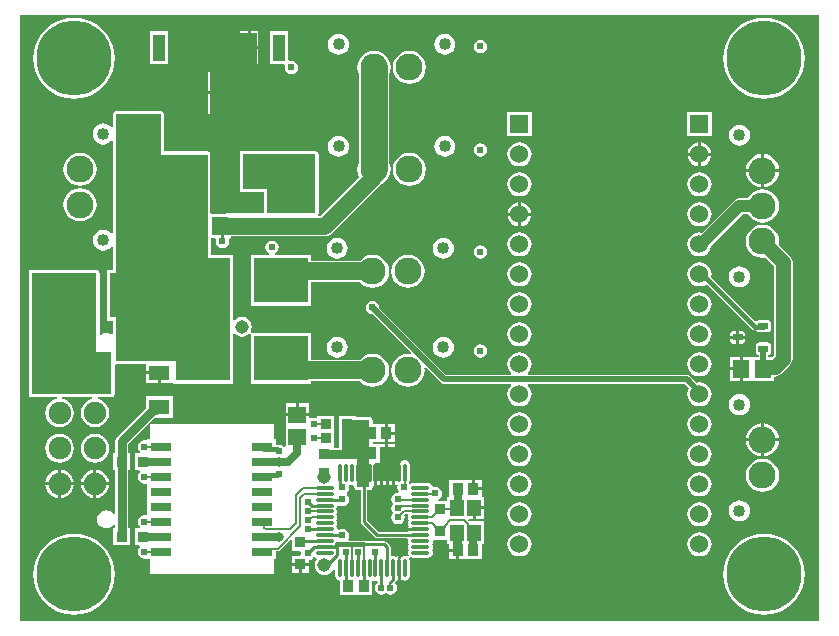
<source format=gtl>
G04*
G04 #@! TF.GenerationSoftware,Altium Limited,Altium Designer,20.1.12 (249)*
G04*
G04 Layer_Physical_Order=1*
G04 Layer_Color=255*
%FSLAX25Y25*%
%MOIN*%
G70*
G04*
G04 #@! TF.SameCoordinates,4DEFB819-F1CA-47B0-AC9B-A980181B1EFC*
G04*
G04*
G04 #@! TF.FilePolarity,Positive*
G04*
G01*
G75*
%ADD12C,0.01000*%
%ADD16C,0.00500*%
%ADD19R,0.05906X0.05709*%
%ADD20R,0.03543X0.03937*%
%ADD21R,0.03228X0.03504*%
%ADD22R,0.03740X0.03543*%
%ADD23R,0.03543X0.03740*%
%ADD24R,0.07000X0.03000*%
%ADD25R,0.07087X0.05118*%
%ADD26R,0.05709X0.05906*%
G04:AMPARAMS|DCode=27|XSize=21.65mil|YSize=31.5mil|CornerRadius=1.95mil|HoleSize=0mil|Usage=FLASHONLY|Rotation=270.000|XOffset=0mil|YOffset=0mil|HoleType=Round|Shape=RoundedRectangle|*
%AMROUNDEDRECTD27*
21,1,0.02165,0.02760,0,0,270.0*
21,1,0.01776,0.03150,0,0,270.0*
1,1,0.00390,-0.01380,-0.00888*
1,1,0.00390,-0.01380,0.00888*
1,1,0.00390,0.01380,0.00888*
1,1,0.00390,0.01380,-0.00888*
%
%ADD27ROUNDEDRECTD27*%
%ADD28R,0.09449X0.12205*%
%ADD29R,0.18000X0.15000*%
%ADD30R,0.03740X0.06693*%
%ADD31R,0.04000X0.09000*%
%ADD32O,0.06299X0.01181*%
%ADD33O,0.01181X0.06299*%
%ADD34R,0.04724X0.05512*%
%ADD58C,0.03200*%
%ADD59C,0.04000*%
%ADD61C,0.02500*%
%ADD62C,0.01500*%
%ADD63C,0.03000*%
%ADD64C,0.06000*%
%ADD65C,0.02000*%
%ADD66C,0.05000*%
%ADD67C,0.04000*%
%ADD68C,0.09000*%
%ADD69C,0.05700*%
%ADD70R,0.30500X0.69000*%
%ADD71R,0.06024X0.06024*%
%ADD72C,0.06024*%
%ADD73C,0.07500*%
%ADD74C,0.09000*%
%ADD75C,0.25000*%
%ADD76C,0.04500*%
%ADD77C,0.02400*%
%ADD78C,0.03000*%
G36*
X389500Y136500D02*
X123000D01*
Y338500D01*
X389500D01*
Y136500D01*
D02*
G37*
%LPC*%
G36*
X199000Y333000D02*
X196500D01*
Y332500D01*
X199000D01*
Y333000D01*
D02*
G37*
G36*
X202500D02*
X200000D01*
Y332500D01*
X202000D01*
Y328000D01*
X202500D01*
Y333000D01*
D02*
G37*
G36*
X276500Y330243D02*
X275642Y330072D01*
X274914Y329586D01*
X274428Y328858D01*
X274257Y328000D01*
X274428Y327142D01*
X274914Y326414D01*
X275642Y325928D01*
X276500Y325757D01*
X277358Y325928D01*
X278086Y326414D01*
X278572Y327142D01*
X278743Y328000D01*
X278572Y328858D01*
X278086Y329586D01*
X277358Y330072D01*
X276500Y330243D01*
D02*
G37*
G36*
X264600Y332230D02*
X263686Y332110D01*
X262835Y331757D01*
X262104Y331196D01*
X261543Y330465D01*
X261190Y329614D01*
X261070Y328700D01*
X261190Y327786D01*
X261543Y326935D01*
X262104Y326204D01*
X262835Y325643D01*
X263686Y325290D01*
X264600Y325170D01*
X265514Y325290D01*
X266365Y325643D01*
X267096Y326204D01*
X267657Y326935D01*
X268010Y327786D01*
X268130Y328700D01*
X268010Y329614D01*
X267657Y330465D01*
X267096Y331196D01*
X266365Y331757D01*
X265514Y332110D01*
X264600Y332230D01*
D02*
G37*
G36*
X229200D02*
X228286Y332110D01*
X227435Y331757D01*
X226704Y331196D01*
X226143Y330465D01*
X225790Y329614D01*
X225670Y328700D01*
X225790Y327786D01*
X226143Y326935D01*
X226704Y326204D01*
X227435Y325643D01*
X228286Y325290D01*
X229200Y325170D01*
X230114Y325290D01*
X230965Y325643D01*
X231696Y326204D01*
X232257Y326935D01*
X232610Y327786D01*
X232730Y328700D01*
X232610Y329614D01*
X232257Y330465D01*
X231696Y331196D01*
X230965Y331757D01*
X230114Y332110D01*
X229200Y332230D01*
D02*
G37*
G36*
X202500Y327000D02*
X202000D01*
Y322000D01*
X202500D01*
Y327000D01*
D02*
G37*
G36*
X172500Y333000D02*
X166500D01*
Y322000D01*
X172500D01*
Y333000D01*
D02*
G37*
G36*
X212500D02*
X206500D01*
Y322000D01*
X210967D01*
X211356Y321500D01*
X211257Y321000D01*
X211428Y320142D01*
X211914Y319414D01*
X212642Y318928D01*
X213500Y318757D01*
X214358Y318928D01*
X215086Y319414D01*
X215572Y320142D01*
X215743Y321000D01*
X215572Y321858D01*
X215086Y322586D01*
X214358Y323072D01*
X213500Y323243D01*
X213000Y323144D01*
X212500Y323533D01*
Y333000D01*
D02*
G37*
G36*
X252800Y326548D02*
X251364Y326358D01*
X250026Y325804D01*
X248877Y324923D01*
X247996Y323774D01*
X247442Y322436D01*
X247252Y321000D01*
X247442Y319564D01*
X247996Y318226D01*
X248877Y317077D01*
X250026Y316196D01*
X251364Y315642D01*
X252800Y315453D01*
X254236Y315642D01*
X255574Y316196D01*
X256723Y317077D01*
X257604Y318226D01*
X258158Y319564D01*
X258348Y321000D01*
X258158Y322436D01*
X257604Y323774D01*
X256723Y324923D01*
X255574Y325804D01*
X254236Y326358D01*
X252800Y326548D01*
D02*
G37*
G36*
X186500Y319602D02*
X185776D01*
Y313000D01*
X186500D01*
Y319602D01*
D02*
G37*
G36*
X371000Y337542D02*
X368882Y337375D01*
X366815Y336879D01*
X364852Y336066D01*
X363040Y334956D01*
X361424Y333576D01*
X360045Y331960D01*
X358934Y330148D01*
X358121Y328185D01*
X357625Y326118D01*
X357458Y324000D01*
X357625Y321882D01*
X358121Y319815D01*
X358934Y317852D01*
X360045Y316040D01*
X361424Y314424D01*
X363040Y313045D01*
X364852Y311934D01*
X366815Y311121D01*
X368882Y310625D01*
X371000Y310458D01*
X373118Y310625D01*
X375185Y311121D01*
X377148Y311934D01*
X378960Y313045D01*
X380575Y314424D01*
X381956Y316040D01*
X383066Y317852D01*
X383879Y319815D01*
X384375Y321882D01*
X384542Y324000D01*
X384375Y326118D01*
X383879Y328185D01*
X383066Y330148D01*
X381956Y331960D01*
X380575Y333576D01*
X378960Y334956D01*
X377148Y336066D01*
X375185Y336879D01*
X373118Y337375D01*
X371000Y337542D01*
D02*
G37*
G36*
X141000D02*
X138882Y337375D01*
X136815Y336879D01*
X134852Y336066D01*
X133040Y334956D01*
X131424Y333576D01*
X130044Y331960D01*
X128934Y330148D01*
X128121Y328185D01*
X127625Y326118D01*
X127458Y324000D01*
X127625Y321882D01*
X128121Y319815D01*
X128934Y317852D01*
X130044Y316040D01*
X131424Y314424D01*
X133040Y313045D01*
X134852Y311934D01*
X136815Y311121D01*
X138882Y310625D01*
X141000Y310458D01*
X143118Y310625D01*
X145185Y311121D01*
X147148Y311934D01*
X148960Y313045D01*
X150575Y314424D01*
X151955Y316040D01*
X153066Y317852D01*
X153879Y319815D01*
X154375Y321882D01*
X154542Y324000D01*
X154375Y326118D01*
X153879Y328185D01*
X153066Y330148D01*
X151955Y331960D01*
X150575Y333576D01*
X148960Y334956D01*
X147148Y336066D01*
X145185Y336879D01*
X143118Y337375D01*
X141000Y337542D01*
D02*
G37*
G36*
X186500Y312000D02*
X185776D01*
Y305398D01*
X186500D01*
Y312000D01*
D02*
G37*
G36*
X353512Y306012D02*
X345488D01*
Y297988D01*
X353512D01*
Y306012D01*
D02*
G37*
G36*
X293512D02*
X285488D01*
Y297988D01*
X293512D01*
Y306012D01*
D02*
G37*
G36*
X362800Y301930D02*
X361886Y301810D01*
X361035Y301457D01*
X360304Y300896D01*
X359743Y300165D01*
X359390Y299314D01*
X359270Y298400D01*
X359390Y297486D01*
X359743Y296635D01*
X360304Y295904D01*
X361035Y295343D01*
X361886Y294990D01*
X362800Y294870D01*
X363714Y294990D01*
X364565Y295343D01*
X365296Y295904D01*
X365857Y296635D01*
X366210Y297486D01*
X366330Y298400D01*
X366210Y299314D01*
X365857Y300165D01*
X365296Y300896D01*
X364565Y301457D01*
X363714Y301810D01*
X362800Y301930D01*
D02*
G37*
G36*
X350000Y295981D02*
Y292500D01*
X353481D01*
X353409Y293047D01*
X353004Y294023D01*
X352361Y294861D01*
X351523Y295504D01*
X350547Y295909D01*
X350000Y295981D01*
D02*
G37*
G36*
X349000D02*
X348453Y295909D01*
X347477Y295504D01*
X346639Y294861D01*
X345996Y294023D01*
X345591Y293047D01*
X345519Y292500D01*
X349000D01*
Y295981D01*
D02*
G37*
G36*
X276500Y295743D02*
X275642Y295572D01*
X274914Y295086D01*
X274428Y294358D01*
X274257Y293500D01*
X274428Y292642D01*
X274914Y291914D01*
X275642Y291428D01*
X276500Y291257D01*
X277358Y291428D01*
X278086Y291914D01*
X278572Y292642D01*
X278743Y293500D01*
X278572Y294358D01*
X278086Y295086D01*
X277358Y295572D01*
X276500Y295743D01*
D02*
G37*
G36*
X264600Y298230D02*
X263686Y298110D01*
X262835Y297757D01*
X262104Y297196D01*
X261543Y296465D01*
X261190Y295614D01*
X261070Y294700D01*
X261190Y293786D01*
X261543Y292935D01*
X262104Y292204D01*
X262835Y291643D01*
X263686Y291290D01*
X264600Y291170D01*
X265514Y291290D01*
X266365Y291643D01*
X267096Y292204D01*
X267657Y292935D01*
X268010Y293786D01*
X268130Y294700D01*
X268010Y295614D01*
X267657Y296465D01*
X267096Y297196D01*
X266365Y297757D01*
X265514Y298110D01*
X264600Y298230D01*
D02*
G37*
G36*
X229200D02*
X228286Y298110D01*
X227435Y297757D01*
X226704Y297196D01*
X226143Y296465D01*
X225790Y295614D01*
X225670Y294700D01*
X225790Y293786D01*
X226143Y292935D01*
X226704Y292204D01*
X227435Y291643D01*
X228286Y291290D01*
X229200Y291170D01*
X230114Y291290D01*
X230965Y291643D01*
X231696Y292204D01*
X232257Y292935D01*
X232610Y293786D01*
X232730Y294700D01*
X232610Y295614D01*
X232257Y296465D01*
X231696Y297196D01*
X230965Y297757D01*
X230114Y298110D01*
X229200Y298230D01*
D02*
G37*
G36*
X353481Y291500D02*
X350000D01*
Y288019D01*
X350547Y288091D01*
X351523Y288496D01*
X352361Y289139D01*
X353004Y289977D01*
X353409Y290953D01*
X353481Y291500D01*
D02*
G37*
G36*
X349000D02*
X345519D01*
X345591Y290953D01*
X345996Y289977D01*
X346639Y289139D01*
X347477Y288496D01*
X348453Y288091D01*
X349000Y288019D01*
Y291500D01*
D02*
G37*
G36*
X289500Y296046D02*
X288453Y295909D01*
X287477Y295504D01*
X286639Y294861D01*
X285996Y294023D01*
X285591Y293047D01*
X285454Y292000D01*
X285591Y290953D01*
X285996Y289977D01*
X286639Y289139D01*
X287477Y288496D01*
X288453Y288091D01*
X289500Y287954D01*
X290547Y288091D01*
X291523Y288496D01*
X292361Y289139D01*
X293004Y289977D01*
X293409Y290953D01*
X293546Y292000D01*
X293409Y293047D01*
X293004Y294023D01*
X292361Y294861D01*
X291523Y295504D01*
X290547Y295909D01*
X289500Y296046D01*
D02*
G37*
G36*
X371000Y292082D02*
Y287100D01*
X375982D01*
X375858Y288036D01*
X375304Y289374D01*
X374423Y290523D01*
X373274Y291404D01*
X371936Y291958D01*
X371000Y292082D01*
D02*
G37*
G36*
X370000D02*
X369064Y291958D01*
X367726Y291404D01*
X366577Y290523D01*
X365696Y289374D01*
X365142Y288036D01*
X365018Y287100D01*
X370000D01*
Y292082D01*
D02*
G37*
G36*
X252800Y292547D02*
X251364Y292358D01*
X250026Y291804D01*
X248877Y290923D01*
X247996Y289774D01*
X247442Y288436D01*
X247252Y287000D01*
X247442Y285564D01*
X247996Y284226D01*
X248877Y283077D01*
X250026Y282196D01*
X251364Y281642D01*
X252800Y281452D01*
X254236Y281642D01*
X255574Y282196D01*
X256723Y283077D01*
X257604Y284226D01*
X258158Y285564D01*
X258348Y287000D01*
X258158Y288436D01*
X257604Y289774D01*
X256723Y290923D01*
X255574Y291804D01*
X254236Y292358D01*
X252800Y292547D01*
D02*
G37*
G36*
X143000D02*
X141564Y292358D01*
X140226Y291804D01*
X139077Y290923D01*
X138196Y289774D01*
X137642Y288436D01*
X137452Y287000D01*
X137642Y285564D01*
X138196Y284226D01*
X139077Y283077D01*
X140226Y282196D01*
X141564Y281642D01*
X143000Y281452D01*
X144436Y281642D01*
X145774Y282196D01*
X146923Y283077D01*
X147804Y284226D01*
X148358Y285564D01*
X148547Y287000D01*
X148358Y288436D01*
X147804Y289774D01*
X146923Y290923D01*
X145774Y291804D01*
X144436Y292358D01*
X143000Y292547D01*
D02*
G37*
G36*
X375982Y286100D02*
X371000D01*
Y281118D01*
X371936Y281242D01*
X373274Y281796D01*
X374423Y282677D01*
X375304Y283826D01*
X375858Y285164D01*
X375982Y286100D01*
D02*
G37*
G36*
X370000D02*
X365018D01*
X365142Y285164D01*
X365696Y283826D01*
X366577Y282677D01*
X367726Y281796D01*
X369064Y281242D01*
X370000Y281118D01*
Y286100D01*
D02*
G37*
G36*
X349500Y286046D02*
X348453Y285909D01*
X347477Y285504D01*
X346639Y284861D01*
X345996Y284023D01*
X345591Y283047D01*
X345454Y282000D01*
X345591Y280953D01*
X345996Y279977D01*
X346639Y279139D01*
X347477Y278496D01*
X348453Y278091D01*
X349500Y277954D01*
X350547Y278091D01*
X351523Y278496D01*
X352361Y279139D01*
X353004Y279977D01*
X353409Y280953D01*
X353546Y282000D01*
X353409Y283047D01*
X353004Y284023D01*
X352361Y284861D01*
X351523Y285504D01*
X350547Y285909D01*
X349500Y286046D01*
D02*
G37*
G36*
X289500D02*
X288453Y285909D01*
X287477Y285504D01*
X286639Y284861D01*
X285996Y284023D01*
X285591Y283047D01*
X285454Y282000D01*
X285591Y280953D01*
X285996Y279977D01*
X286639Y279139D01*
X287477Y278496D01*
X288453Y278091D01*
X289500Y277954D01*
X290547Y278091D01*
X291523Y278496D01*
X292361Y279139D01*
X293004Y279977D01*
X293409Y280953D01*
X293546Y282000D01*
X293409Y283047D01*
X293004Y284023D01*
X292361Y284861D01*
X291523Y285504D01*
X290547Y285909D01*
X289500Y286046D01*
D02*
G37*
G36*
X290000Y275981D02*
Y272500D01*
X293481D01*
X293409Y273047D01*
X293004Y274023D01*
X292361Y274861D01*
X291523Y275504D01*
X290547Y275909D01*
X290000Y275981D01*
D02*
G37*
G36*
X289000D02*
X288453Y275909D01*
X287477Y275504D01*
X286639Y274861D01*
X285996Y274023D01*
X285591Y273047D01*
X285519Y272500D01*
X289000D01*
Y275981D01*
D02*
G37*
G36*
X241000Y326548D02*
X239564Y326358D01*
X238226Y325804D01*
X237077Y324923D01*
X236196Y323774D01*
X235642Y322436D01*
X235453Y321000D01*
X235642Y319564D01*
X235957Y318803D01*
Y289197D01*
X235642Y288436D01*
X235453Y287000D01*
X235642Y285564D01*
X236123Y284402D01*
X223100Y271379D01*
X222509D01*
X222406Y271522D01*
X222288Y271879D01*
X222442Y272110D01*
X222520Y272500D01*
X222520Y292000D01*
X222442Y292390D01*
X222221Y292721D01*
X221890Y292942D01*
X221500Y293020D01*
X202000Y293020D01*
Y293000D01*
X196500D01*
Y292098D01*
X196500Y292098D01*
X196500Y279500D01*
X204500D01*
X204500Y272500D01*
X191642D01*
Y271953D01*
X186520D01*
Y272500D01*
X186500D01*
Y293000D01*
X186000Y292869D01*
X185890Y292942D01*
X185500Y293020D01*
X171020D01*
Y305500D01*
X170942Y305890D01*
X170721Y306221D01*
X170390Y306442D01*
X170000Y306520D01*
X155000D01*
X154610Y306442D01*
X154279Y306221D01*
X154058Y305890D01*
X153980Y305500D01*
Y301096D01*
X153480Y300926D01*
X153196Y301296D01*
X152465Y301857D01*
X151614Y302210D01*
X150700Y302330D01*
X149786Y302210D01*
X148935Y301857D01*
X148204Y301296D01*
X147643Y300565D01*
X147290Y299714D01*
X147170Y298800D01*
X147290Y297886D01*
X147643Y297035D01*
X148204Y296304D01*
X148935Y295743D01*
X149786Y295390D01*
X150700Y295270D01*
X151614Y295390D01*
X152465Y295743D01*
X153196Y296304D01*
X153480Y296674D01*
X153980Y296504D01*
Y292000D01*
Y290000D01*
Y265696D01*
X153480Y265526D01*
X153196Y265896D01*
X152465Y266457D01*
X151614Y266810D01*
X150700Y266930D01*
X149786Y266810D01*
X148935Y266457D01*
X148204Y265896D01*
X147643Y265165D01*
X147290Y264314D01*
X147170Y263400D01*
X147290Y262486D01*
X147643Y261635D01*
X148204Y260904D01*
X148935Y260343D01*
X149786Y259990D01*
X150700Y259870D01*
X151614Y259990D01*
X152465Y260343D01*
X153196Y260904D01*
X153480Y261274D01*
X153980Y261104D01*
Y253500D01*
X152000D01*
Y236500D01*
X153980D01*
Y232112D01*
X153480Y231865D01*
X153213Y232070D01*
X152483Y232373D01*
X151700Y232476D01*
X150917Y232373D01*
X150187Y232070D01*
X150020Y231942D01*
X149520Y232189D01*
Y252500D01*
X149442Y252890D01*
X149221Y253221D01*
X148890Y253442D01*
X148500Y253520D01*
X127000D01*
X126901Y253500D01*
X126000D01*
Y252599D01*
X125980Y252500D01*
Y212000D01*
X126058Y211610D01*
X126279Y211279D01*
X126610Y211058D01*
X127000Y210980D01*
X135327D01*
X135360Y210480D01*
X134960Y210428D01*
X133805Y209949D01*
X132812Y209188D01*
X132051Y208195D01*
X131572Y207040D01*
X131409Y205800D01*
X131572Y204560D01*
X132051Y203404D01*
X132812Y202412D01*
X133805Y201651D01*
X134960Y201172D01*
X136200Y201009D01*
X137440Y201172D01*
X138595Y201651D01*
X139588Y202412D01*
X140349Y203404D01*
X140828Y204560D01*
X140991Y205800D01*
X140828Y207040D01*
X140349Y208195D01*
X139588Y209188D01*
X138595Y209949D01*
X137440Y210428D01*
X137040Y210480D01*
X137073Y210980D01*
X147127D01*
X147160Y210480D01*
X146760Y210428D01*
X145605Y209949D01*
X144612Y209188D01*
X143851Y208195D01*
X143372Y207040D01*
X143209Y205800D01*
X143372Y204560D01*
X143851Y203404D01*
X144612Y202412D01*
X145605Y201651D01*
X146760Y201172D01*
X148000Y201009D01*
X149240Y201172D01*
X150396Y201651D01*
X151388Y202412D01*
X152149Y203404D01*
X152628Y204560D01*
X152791Y205800D01*
X152628Y207040D01*
X152149Y208195D01*
X151388Y209188D01*
X150396Y209949D01*
X149240Y210428D01*
X148840Y210480D01*
X148873Y210980D01*
X153500D01*
X153890Y211058D01*
X154221Y211279D01*
X154442Y211610D01*
X154520Y212000D01*
Y221566D01*
X155000Y221980D01*
X164957D01*
Y219709D01*
X169500D01*
Y219209D01*
X170000D01*
Y215650D01*
X174000D01*
Y215500D01*
X194000D01*
Y216901D01*
X194020Y217000D01*
Y232224D01*
X194520Y232394D01*
X194682Y232182D01*
X195361Y231661D01*
X196152Y231334D01*
X197000Y231222D01*
X197848Y231334D01*
X198639Y231661D01*
X199257Y232135D01*
X199658Y232366D01*
X199658Y232366D01*
X200000Y232250D01*
X200000Y232080D01*
X200000Y232080D01*
X200000Y232080D01*
Y215500D01*
X220000D01*
Y216470D01*
X236276D01*
X236577Y216077D01*
X237726Y215196D01*
X239064Y214642D01*
X240500Y214453D01*
X241936Y214642D01*
X243274Y215196D01*
X244423Y216077D01*
X245304Y217226D01*
X245858Y218564D01*
X246047Y220000D01*
X245858Y221436D01*
X245304Y222774D01*
X244423Y223923D01*
X243274Y224804D01*
X241936Y225358D01*
X240500Y225548D01*
X239064Y225358D01*
X237726Y224804D01*
X236577Y223923D01*
X236276Y223530D01*
X220000D01*
Y232500D01*
X200415D01*
X200192Y232500D01*
X200046Y232650D01*
X199966Y232789D01*
X199875Y232948D01*
X200166Y233652D01*
X200278Y234500D01*
X200166Y235348D01*
X199839Y236139D01*
X199318Y236818D01*
X198639Y237339D01*
X197848Y237666D01*
X197000Y237778D01*
X196152Y237666D01*
X195361Y237339D01*
X194682Y236818D01*
X194520Y236606D01*
X194020Y236776D01*
Y250000D01*
X194000Y250098D01*
Y258500D01*
X186520D01*
Y264047D01*
X187998D01*
X188366Y263547D01*
X188257Y263000D01*
X188428Y262142D01*
X188914Y261414D01*
X189642Y260928D01*
X190500Y260757D01*
X191358Y260928D01*
X192086Y261414D01*
X192572Y262142D01*
X192743Y263000D01*
X192634Y263547D01*
X193002Y264047D01*
X193496D01*
Y264621D01*
X224500D01*
X225375Y264736D01*
X226189Y265074D01*
X226889Y265611D01*
X242758Y281479D01*
X243090Y281913D01*
X243774Y282196D01*
X244923Y283077D01*
X245804Y284226D01*
X246358Y285564D01*
X246548Y287000D01*
X246358Y288436D01*
X246043Y289197D01*
Y318803D01*
X246358Y319564D01*
X246548Y321000D01*
X246358Y322436D01*
X245804Y323774D01*
X244923Y324923D01*
X243774Y325804D01*
X242436Y326358D01*
X241000Y326548D01*
D02*
G37*
G36*
X143000Y280748D02*
X141564Y280558D01*
X140226Y280004D01*
X139077Y279123D01*
X138196Y277974D01*
X137642Y276636D01*
X137452Y275200D01*
X137642Y273764D01*
X138196Y272426D01*
X139077Y271277D01*
X140226Y270396D01*
X141564Y269842D01*
X143000Y269653D01*
X144436Y269842D01*
X145774Y270396D01*
X146923Y271277D01*
X147804Y272426D01*
X148358Y273764D01*
X148547Y275200D01*
X148358Y276636D01*
X147804Y277974D01*
X146923Y279123D01*
X145774Y280004D01*
X144436Y280558D01*
X143000Y280748D01*
D02*
G37*
G36*
X370500Y280347D02*
X369064Y280158D01*
X367726Y279604D01*
X366577Y278723D01*
X365696Y277574D01*
X365603Y277349D01*
X362800D01*
X361824Y277155D01*
X360998Y276602D01*
X350332Y265937D01*
X349500Y266046D01*
X348453Y265909D01*
X347477Y265504D01*
X346639Y264861D01*
X345996Y264023D01*
X345591Y263047D01*
X345454Y262000D01*
X345591Y260953D01*
X345996Y259977D01*
X346639Y259139D01*
X347477Y258496D01*
X348453Y258091D01*
X349500Y257954D01*
X350547Y258091D01*
X351523Y258496D01*
X352361Y259139D01*
X353004Y259977D01*
X353409Y260953D01*
X353538Y261933D01*
X363856Y272251D01*
X365603D01*
X365696Y272026D01*
X366577Y270877D01*
X367726Y269996D01*
X369064Y269442D01*
X370500Y269252D01*
X371936Y269442D01*
X373274Y269996D01*
X374423Y270877D01*
X375304Y272026D01*
X375858Y273364D01*
X376047Y274800D01*
X375858Y276236D01*
X375304Y277574D01*
X374423Y278723D01*
X373274Y279604D01*
X371936Y280158D01*
X370500Y280347D01*
D02*
G37*
G36*
X293481Y271500D02*
X290000D01*
Y268019D01*
X290547Y268091D01*
X291523Y268496D01*
X292361Y269139D01*
X293004Y269977D01*
X293409Y270953D01*
X293481Y271500D01*
D02*
G37*
G36*
X289000D02*
X285519D01*
X285591Y270953D01*
X285996Y269977D01*
X286639Y269139D01*
X287477Y268496D01*
X288453Y268091D01*
X289000Y268019D01*
Y271500D01*
D02*
G37*
G36*
X349500Y276046D02*
X348453Y275909D01*
X347477Y275504D01*
X346639Y274861D01*
X345996Y274023D01*
X345591Y273047D01*
X345454Y272000D01*
X345591Y270953D01*
X345996Y269977D01*
X346639Y269139D01*
X347477Y268496D01*
X348453Y268091D01*
X349500Y267954D01*
X350547Y268091D01*
X351523Y268496D01*
X352361Y269139D01*
X353004Y269977D01*
X353409Y270953D01*
X353546Y272000D01*
X353409Y273047D01*
X353004Y274023D01*
X352361Y274861D01*
X351523Y275504D01*
X350547Y275909D01*
X349500Y276046D01*
D02*
G37*
G36*
X289500Y266046D02*
X288453Y265909D01*
X287477Y265504D01*
X286639Y264861D01*
X285996Y264023D01*
X285591Y263047D01*
X285454Y262000D01*
X285591Y260953D01*
X285996Y259977D01*
X286639Y259139D01*
X287477Y258496D01*
X288453Y258091D01*
X289500Y257954D01*
X290547Y258091D01*
X291523Y258496D01*
X292361Y259139D01*
X293004Y259977D01*
X293409Y260953D01*
X293546Y262000D01*
X293409Y263047D01*
X293004Y264023D01*
X292361Y264861D01*
X291523Y265504D01*
X290547Y265909D01*
X289500Y266046D01*
D02*
G37*
G36*
X276500Y261743D02*
X275642Y261572D01*
X274914Y261086D01*
X274428Y260358D01*
X274257Y259500D01*
X274428Y258642D01*
X274914Y257914D01*
X275642Y257428D01*
X276500Y257257D01*
X277358Y257428D01*
X278086Y257914D01*
X278572Y258642D01*
X278743Y259500D01*
X278572Y260358D01*
X278086Y261086D01*
X277358Y261572D01*
X276500Y261743D01*
D02*
G37*
G36*
X264100Y264230D02*
X263186Y264110D01*
X262335Y263757D01*
X261604Y263196D01*
X261043Y262465D01*
X260690Y261614D01*
X260570Y260700D01*
X260690Y259786D01*
X261043Y258935D01*
X261604Y258204D01*
X262335Y257643D01*
X263186Y257290D01*
X264100Y257170D01*
X265014Y257290D01*
X265865Y257643D01*
X266596Y258204D01*
X267157Y258935D01*
X267510Y259786D01*
X267630Y260700D01*
X267510Y261614D01*
X267157Y262465D01*
X266596Y263196D01*
X265865Y263757D01*
X265014Y264110D01*
X264100Y264230D01*
D02*
G37*
G36*
X228700D02*
X227786Y264110D01*
X226935Y263757D01*
X226204Y263196D01*
X225643Y262465D01*
X225290Y261614D01*
X225170Y260700D01*
X225290Y259786D01*
X225643Y258935D01*
X226204Y258204D01*
X226935Y257643D01*
X227786Y257290D01*
X228700Y257170D01*
X229614Y257290D01*
X230465Y257643D01*
X231196Y258204D01*
X231757Y258935D01*
X232110Y259786D01*
X232230Y260700D01*
X232110Y261614D01*
X231757Y262465D01*
X231196Y263196D01*
X230465Y263757D01*
X229614Y264110D01*
X228700Y264230D01*
D02*
G37*
G36*
X289500Y256046D02*
X288453Y255909D01*
X287477Y255504D01*
X286639Y254861D01*
X285996Y254023D01*
X285591Y253047D01*
X285454Y252000D01*
X285591Y250953D01*
X285996Y249977D01*
X286639Y249139D01*
X287477Y248496D01*
X288453Y248091D01*
X289500Y247954D01*
X290547Y248091D01*
X291523Y248496D01*
X292361Y249139D01*
X293004Y249977D01*
X293409Y250953D01*
X293546Y252000D01*
X293409Y253047D01*
X293004Y254023D01*
X292361Y254861D01*
X291523Y255504D01*
X290547Y255909D01*
X289500Y256046D01*
D02*
G37*
G36*
X362800Y254730D02*
X361886Y254610D01*
X361035Y254257D01*
X360304Y253696D01*
X359743Y252965D01*
X359390Y252114D01*
X359270Y251200D01*
X359390Y250286D01*
X359743Y249435D01*
X360304Y248704D01*
X361035Y248143D01*
X361886Y247790D01*
X362800Y247670D01*
X363714Y247790D01*
X364565Y248143D01*
X365296Y248704D01*
X365857Y249435D01*
X366210Y250286D01*
X366330Y251200D01*
X366210Y252114D01*
X365857Y252965D01*
X365296Y253696D01*
X364565Y254257D01*
X363714Y254610D01*
X362800Y254730D01*
D02*
G37*
G36*
X252300Y258547D02*
X250864Y258358D01*
X249526Y257804D01*
X248377Y256923D01*
X247496Y255774D01*
X246942Y254436D01*
X246753Y253000D01*
X246942Y251564D01*
X247496Y250226D01*
X248377Y249077D01*
X249526Y248196D01*
X250864Y247642D01*
X252300Y247452D01*
X253736Y247642D01*
X255074Y248196D01*
X256223Y249077D01*
X257104Y250226D01*
X257658Y251564D01*
X257847Y253000D01*
X257658Y254436D01*
X257104Y255774D01*
X256223Y256923D01*
X255074Y257804D01*
X253736Y258358D01*
X252300Y258547D01*
D02*
G37*
G36*
X207000Y263243D02*
X206142Y263072D01*
X205414Y262586D01*
X204928Y261858D01*
X204757Y261000D01*
X204928Y260142D01*
X205414Y259414D01*
X206033Y259000D01*
X205924Y258500D01*
X200000D01*
Y241500D01*
X220000D01*
Y249470D01*
X236276D01*
X236577Y249077D01*
X237726Y248196D01*
X239064Y247642D01*
X240500Y247452D01*
X241936Y247642D01*
X243274Y248196D01*
X244423Y249077D01*
X245304Y250226D01*
X245858Y251564D01*
X246047Y253000D01*
X245858Y254436D01*
X245304Y255774D01*
X244423Y256923D01*
X243274Y257804D01*
X241936Y258358D01*
X240500Y258547D01*
X239064Y258358D01*
X237726Y257804D01*
X236577Y256923D01*
X236276Y256530D01*
X220000D01*
Y258500D01*
X208076D01*
X207967Y259000D01*
X208586Y259414D01*
X209072Y260142D01*
X209243Y261000D01*
X209072Y261858D01*
X208586Y262586D01*
X207858Y263072D01*
X207000Y263243D01*
D02*
G37*
G36*
X349500Y246046D02*
X348453Y245909D01*
X347477Y245504D01*
X346639Y244861D01*
X345996Y244023D01*
X345591Y243047D01*
X345454Y242000D01*
X345591Y240953D01*
X345996Y239977D01*
X346639Y239139D01*
X347477Y238496D01*
X348453Y238091D01*
X349500Y237954D01*
X350547Y238091D01*
X351523Y238496D01*
X352361Y239139D01*
X353004Y239977D01*
X353409Y240953D01*
X353546Y242000D01*
X353409Y243047D01*
X353004Y244023D01*
X352361Y244861D01*
X351523Y245504D01*
X350547Y245909D01*
X349500Y246046D01*
D02*
G37*
G36*
X289500D02*
X288453Y245909D01*
X287477Y245504D01*
X286639Y244861D01*
X285996Y244023D01*
X285591Y243047D01*
X285454Y242000D01*
X285591Y240953D01*
X285996Y239977D01*
X286639Y239139D01*
X287477Y238496D01*
X288453Y238091D01*
X289500Y237954D01*
X290547Y238091D01*
X291523Y238496D01*
X292361Y239139D01*
X293004Y239977D01*
X293409Y240953D01*
X293546Y242000D01*
X293409Y243047D01*
X293004Y244023D01*
X292361Y244861D01*
X291523Y245504D01*
X290547Y245909D01*
X289500Y246046D01*
D02*
G37*
G36*
X349500Y256046D02*
X348453Y255909D01*
X347477Y255504D01*
X346639Y254861D01*
X345996Y254023D01*
X345591Y253047D01*
X345454Y252000D01*
X345591Y250953D01*
X345996Y249977D01*
X346639Y249139D01*
X347477Y248496D01*
X348453Y248091D01*
X349500Y247954D01*
X350547Y248091D01*
X351523Y248496D01*
X351907Y248790D01*
X367031Y233666D01*
X367445Y233390D01*
X367933Y233293D01*
X368388D01*
X368589Y232991D01*
X368985Y232727D01*
X369451Y232634D01*
X372211D01*
X372677Y232727D01*
X373072Y232991D01*
X373336Y233386D01*
X373429Y233852D01*
Y235628D01*
X373336Y236094D01*
X373072Y236489D01*
X372677Y236754D01*
X372211Y236846D01*
X369451D01*
X368985Y236754D01*
X368589Y236489D01*
X368562Y236448D01*
X367918Y236385D01*
X353391Y250911D01*
X353409Y250953D01*
X353546Y252000D01*
X353409Y253047D01*
X353004Y254023D01*
X352361Y254861D01*
X351523Y255504D01*
X350547Y255909D01*
X349500Y256046D01*
D02*
G37*
G36*
X363549Y233106D02*
X362669D01*
Y231500D01*
X364768D01*
Y231888D01*
X364675Y232354D01*
X364411Y232749D01*
X364015Y233013D01*
X363549Y233106D01*
D02*
G37*
G36*
X361669D02*
X360789D01*
X360323Y233013D01*
X359928Y232749D01*
X359664Y232354D01*
X359571Y231888D01*
Y231500D01*
X361669D01*
Y233106D01*
D02*
G37*
G36*
X364768Y230500D02*
X362669D01*
Y228894D01*
X363549D01*
X364015Y228987D01*
X364411Y229251D01*
X364675Y229646D01*
X364768Y230112D01*
Y230500D01*
D02*
G37*
G36*
X361669D02*
X359571D01*
Y230112D01*
X359664Y229646D01*
X359928Y229251D01*
X360323Y228987D01*
X360789Y228894D01*
X361669D01*
Y230500D01*
D02*
G37*
G36*
X349500Y236046D02*
X348453Y235909D01*
X347477Y235504D01*
X346639Y234861D01*
X345996Y234023D01*
X345591Y233047D01*
X345454Y232000D01*
X345591Y230953D01*
X345996Y229977D01*
X346639Y229139D01*
X347477Y228496D01*
X348453Y228091D01*
X349500Y227954D01*
X350547Y228091D01*
X351523Y228496D01*
X352361Y229139D01*
X353004Y229977D01*
X353409Y230953D01*
X353546Y232000D01*
X353409Y233047D01*
X353004Y234023D01*
X352361Y234861D01*
X351523Y235504D01*
X350547Y235909D01*
X349500Y236046D01*
D02*
G37*
G36*
X289500D02*
X288453Y235909D01*
X287477Y235504D01*
X286639Y234861D01*
X285996Y234023D01*
X285591Y233047D01*
X285454Y232000D01*
X285591Y230953D01*
X285996Y229977D01*
X286639Y229139D01*
X287477Y228496D01*
X288453Y228091D01*
X289500Y227954D01*
X290547Y228091D01*
X291523Y228496D01*
X292361Y229139D01*
X293004Y229977D01*
X293409Y230953D01*
X293546Y232000D01*
X293409Y233047D01*
X293004Y234023D01*
X292361Y234861D01*
X291523Y235504D01*
X290547Y235909D01*
X289500Y236046D01*
D02*
G37*
G36*
X240500Y243243D02*
X239642Y243072D01*
X238914Y242586D01*
X238428Y241858D01*
X238257Y241000D01*
X238428Y240142D01*
X238914Y239414D01*
X239642Y238928D01*
X240500Y238757D01*
X240567Y238770D01*
X253435Y225902D01*
X253201Y225429D01*
X252300Y225548D01*
X250864Y225358D01*
X249526Y224804D01*
X248377Y223923D01*
X247496Y222774D01*
X246942Y221436D01*
X246753Y220000D01*
X246942Y218564D01*
X247496Y217226D01*
X248377Y216077D01*
X249526Y215196D01*
X250864Y214642D01*
X252300Y214453D01*
X253736Y214642D01*
X255074Y215196D01*
X256223Y216077D01*
X257104Y217226D01*
X257658Y218564D01*
X257847Y220000D01*
X257729Y220901D01*
X258202Y221135D01*
X263419Y215919D01*
X263915Y215587D01*
X264500Y215471D01*
X286655D01*
X286816Y214997D01*
X286639Y214861D01*
X285996Y214023D01*
X285591Y213047D01*
X285454Y212000D01*
X285591Y210953D01*
X285996Y209977D01*
X286639Y209139D01*
X287477Y208496D01*
X288453Y208091D01*
X289500Y207954D01*
X290547Y208091D01*
X291523Y208496D01*
X292361Y209139D01*
X293004Y209977D01*
X293409Y210953D01*
X293546Y212000D01*
X293409Y213047D01*
X293004Y214023D01*
X292361Y214861D01*
X292184Y214997D01*
X292345Y215471D01*
X344652D01*
X346041Y214082D01*
X345996Y214023D01*
X345591Y213047D01*
X345454Y212000D01*
X345591Y210953D01*
X345996Y209977D01*
X346639Y209139D01*
X347477Y208496D01*
X348453Y208091D01*
X349500Y207954D01*
X350547Y208091D01*
X351523Y208496D01*
X352361Y209139D01*
X353004Y209977D01*
X353409Y210953D01*
X353546Y212000D01*
X353409Y213047D01*
X353004Y214023D01*
X352361Y214861D01*
X351523Y215504D01*
X350547Y215909D01*
X349500Y216046D01*
X348529Y215919D01*
X346367Y218081D01*
X345870Y218413D01*
X345285Y218529D01*
X292345D01*
X292184Y219003D01*
X292361Y219139D01*
X293004Y219977D01*
X293409Y220953D01*
X293546Y222000D01*
X293409Y223047D01*
X293004Y224023D01*
X292361Y224861D01*
X291523Y225504D01*
X290547Y225909D01*
X289500Y226046D01*
X288453Y225909D01*
X287477Y225504D01*
X286639Y224861D01*
X285996Y224023D01*
X285591Y223047D01*
X285454Y222000D01*
X285591Y220953D01*
X285996Y219977D01*
X286639Y219139D01*
X286816Y219003D01*
X286655Y218529D01*
X265134D01*
X242730Y240933D01*
X242743Y241000D01*
X242572Y241858D01*
X242086Y242586D01*
X241358Y243072D01*
X240500Y243243D01*
D02*
G37*
G36*
X370500Y268548D02*
X369064Y268358D01*
X367726Y267804D01*
X366577Y266923D01*
X365696Y265774D01*
X365142Y264436D01*
X364952Y263000D01*
X365142Y261564D01*
X365696Y260226D01*
X366577Y259077D01*
X367726Y258196D01*
X369064Y257642D01*
X370500Y257453D01*
X371621Y257600D01*
X374474Y254747D01*
Y225135D01*
X373792Y224453D01*
X372360D01*
Y225184D01*
X372677Y225247D01*
X373072Y225511D01*
X373336Y225906D01*
X373429Y226372D01*
Y228148D01*
X373336Y228614D01*
X373072Y229009D01*
X372677Y229273D01*
X372211Y229366D01*
X369451D01*
X368985Y229273D01*
X368589Y229009D01*
X368325Y228614D01*
X368232Y228148D01*
Y226372D01*
X368325Y225906D01*
X368589Y225511D01*
X368985Y225247D01*
X369301Y225184D01*
Y224453D01*
X363858D01*
Y220500D01*
Y216547D01*
X374496D01*
Y217927D01*
X374571D01*
X375354Y218030D01*
X376084Y218332D01*
X376711Y218813D01*
X379640Y221742D01*
X379640Y221742D01*
X380120Y222369D01*
X380423Y223098D01*
X380526Y223882D01*
X380526Y223882D01*
Y256000D01*
X380423Y256783D01*
X380120Y257513D01*
X379640Y258140D01*
X379640Y258140D01*
X375900Y261879D01*
X376047Y263000D01*
X375858Y264436D01*
X375304Y265774D01*
X374423Y266923D01*
X373274Y267804D01*
X371936Y268358D01*
X370500Y268548D01*
D02*
G37*
G36*
X276500Y228743D02*
X275642Y228572D01*
X274914Y228086D01*
X274428Y227358D01*
X274257Y226500D01*
X274428Y225642D01*
X274914Y224914D01*
X275642Y224428D01*
X276500Y224257D01*
X277358Y224428D01*
X278086Y224914D01*
X278572Y225642D01*
X278743Y226500D01*
X278572Y227358D01*
X278086Y228086D01*
X277358Y228572D01*
X276500Y228743D01*
D02*
G37*
G36*
X264100Y231230D02*
X263186Y231110D01*
X262335Y230757D01*
X261604Y230196D01*
X261043Y229465D01*
X260690Y228614D01*
X260570Y227700D01*
X260690Y226786D01*
X261043Y225935D01*
X261604Y225204D01*
X262335Y224643D01*
X263186Y224290D01*
X264100Y224170D01*
X265014Y224290D01*
X265865Y224643D01*
X266596Y225204D01*
X267157Y225935D01*
X267510Y226786D01*
X267630Y227700D01*
X267510Y228614D01*
X267157Y229465D01*
X266596Y230196D01*
X265865Y230757D01*
X265014Y231110D01*
X264100Y231230D01*
D02*
G37*
G36*
X228700D02*
X227786Y231110D01*
X226935Y230757D01*
X226204Y230196D01*
X225643Y229465D01*
X225290Y228614D01*
X225170Y227700D01*
X225290Y226786D01*
X225643Y225935D01*
X226204Y225204D01*
X226935Y224643D01*
X227786Y224290D01*
X228700Y224170D01*
X229614Y224290D01*
X230465Y224643D01*
X231196Y225204D01*
X231757Y225935D01*
X232110Y226786D01*
X232230Y227700D01*
X232110Y228614D01*
X231757Y229465D01*
X231196Y230196D01*
X230465Y230757D01*
X229614Y231110D01*
X228700Y231230D01*
D02*
G37*
G36*
X362858Y224453D02*
X359504D01*
Y221000D01*
X362858D01*
Y224453D01*
D02*
G37*
G36*
X349500Y226046D02*
X348453Y225909D01*
X347477Y225504D01*
X346639Y224861D01*
X345996Y224023D01*
X345591Y223047D01*
X345454Y222000D01*
X345591Y220953D01*
X345996Y219977D01*
X346639Y219139D01*
X347477Y218496D01*
X348453Y218091D01*
X349500Y217954D01*
X350547Y218091D01*
X351523Y218496D01*
X352361Y219139D01*
X353004Y219977D01*
X353409Y220953D01*
X353546Y222000D01*
X353409Y223047D01*
X353004Y224023D01*
X352361Y224861D01*
X351523Y225504D01*
X350547Y225909D01*
X349500Y226046D01*
D02*
G37*
G36*
X362858Y220000D02*
X359504D01*
Y216547D01*
X362858D01*
Y220000D01*
D02*
G37*
G36*
X169000Y218709D02*
X164957D01*
Y215650D01*
X169000D01*
Y218709D01*
D02*
G37*
G36*
X219453Y208996D02*
X216000D01*
Y205642D01*
X219453D01*
Y208996D01*
D02*
G37*
G36*
X215000D02*
X211547D01*
Y205642D01*
X215000D01*
Y208996D01*
D02*
G37*
G36*
X362800Y212130D02*
X361886Y212010D01*
X361035Y211657D01*
X360304Y211096D01*
X359743Y210365D01*
X359390Y209514D01*
X359270Y208600D01*
X359390Y207686D01*
X359743Y206835D01*
X360304Y206104D01*
X361035Y205543D01*
X361886Y205190D01*
X362800Y205070D01*
X363714Y205190D01*
X364565Y205543D01*
X365296Y206104D01*
X365857Y206835D01*
X366210Y207686D01*
X366330Y208600D01*
X366210Y209514D01*
X365857Y210365D01*
X365296Y211096D01*
X364565Y211657D01*
X363714Y212010D01*
X362800Y212130D01*
D02*
G37*
G36*
X247929Y201969D02*
X245657D01*
Y199500D01*
X247929D01*
Y201969D01*
D02*
G37*
G36*
X349500Y206046D02*
X348453Y205909D01*
X347477Y205504D01*
X346639Y204861D01*
X345996Y204023D01*
X345591Y203047D01*
X345454Y202000D01*
X345591Y200953D01*
X345996Y199977D01*
X346639Y199139D01*
X347477Y198496D01*
X348453Y198091D01*
X349500Y197954D01*
X350547Y198091D01*
X351523Y198496D01*
X352361Y199139D01*
X353004Y199977D01*
X353409Y200953D01*
X353546Y202000D01*
X353409Y203047D01*
X353004Y204023D01*
X352361Y204861D01*
X351523Y205504D01*
X350547Y205909D01*
X349500Y206046D01*
D02*
G37*
G36*
X289500D02*
X288453Y205909D01*
X287477Y205504D01*
X286639Y204861D01*
X285996Y204023D01*
X285591Y203047D01*
X285454Y202000D01*
X285591Y200953D01*
X285996Y199977D01*
X286639Y199139D01*
X287477Y198496D01*
X288453Y198091D01*
X289500Y197954D01*
X290547Y198091D01*
X291523Y198496D01*
X292361Y199139D01*
X293004Y199977D01*
X293409Y200953D01*
X293546Y202000D01*
X293409Y203047D01*
X293004Y204023D01*
X292361Y204861D01*
X291523Y205504D01*
X290547Y205909D01*
X289500Y206046D01*
D02*
G37*
G36*
X371000Y202282D02*
Y197300D01*
X375982D01*
X375858Y198236D01*
X375304Y199574D01*
X374423Y200723D01*
X373274Y201604D01*
X371936Y202158D01*
X371000Y202282D01*
D02*
G37*
G36*
X370000D02*
X369064Y202158D01*
X367726Y201604D01*
X366577Y200723D01*
X365696Y199574D01*
X365142Y198236D01*
X365018Y197300D01*
X370000D01*
Y202282D01*
D02*
G37*
G36*
X247929Y198500D02*
X245657D01*
Y196031D01*
X247929D01*
Y198500D01*
D02*
G37*
G36*
X234913Y204870D02*
X229370D01*
Y199130D01*
Y194630D01*
X229370Y194630D01*
X229370D01*
X229370Y194630D01*
X229228Y194189D01*
X227772D01*
X227630Y194630D01*
X227630D01*
Y199130D01*
Y204870D01*
X222087D01*
Y204475D01*
X221587Y204126D01*
X221000Y204243D01*
X220142Y204072D01*
X219894Y203907D01*
X219453Y204142D01*
Y204642D01*
X211547D01*
Y201287D01*
Y194796D01*
X211242Y194657D01*
X211047Y194612D01*
X210358Y195072D01*
X209500Y195243D01*
X208750Y195094D01*
X208337Y195319D01*
X208250Y195389D01*
Y197000D01*
X207750D01*
Y202000D01*
X166250D01*
Y197000D01*
X165500D01*
Y197000D01*
X165000Y196644D01*
X164500Y196743D01*
X163642Y196572D01*
X162914Y196086D01*
X162428Y195358D01*
X162257Y194500D01*
X162428Y193642D01*
X162914Y192914D01*
X162979Y192870D01*
X162828Y192370D01*
X161370D01*
Y186630D01*
X162828D01*
X162979Y186130D01*
X162914Y186086D01*
X162428Y185358D01*
X162257Y184500D01*
X162428Y183642D01*
X162914Y182914D01*
X163642Y182428D01*
X164500Y182257D01*
X165000Y182356D01*
X165477Y182016D01*
X165500Y181967D01*
Y177000D01*
Y172033D01*
X165477Y171984D01*
X165000Y171644D01*
X164500Y171743D01*
X163642Y171572D01*
X162914Y171086D01*
X162428Y170358D01*
X162257Y169500D01*
X162428Y168642D01*
X162914Y167914D01*
X162979Y167870D01*
X162828Y167370D01*
X161370D01*
Y161630D01*
X162828D01*
X162979Y161130D01*
X162914Y161086D01*
X162428Y160358D01*
X162257Y159500D01*
X162428Y158642D01*
X162914Y157914D01*
X163642Y157428D01*
X164500Y157257D01*
X165000Y157356D01*
X165500Y157000D01*
Y157000D01*
X166250D01*
Y152000D01*
X207750D01*
Y157000D01*
X208250D01*
Y159735D01*
X209000D01*
X209293Y159793D01*
X209541Y159959D01*
X213168Y163586D01*
X213630Y163395D01*
Y159870D01*
X216420D01*
X216830Y159370D01*
X216757Y159000D01*
X216830Y158630D01*
X216420Y158130D01*
X213630D01*
Y155858D01*
X216500D01*
X219370D01*
Y156831D01*
X219858Y156928D01*
X220586Y157414D01*
X220950Y157959D01*
X221375Y157675D01*
X221766Y157597D01*
X221984Y157118D01*
X221982Y157057D01*
X221661Y156639D01*
X221334Y155848D01*
X221222Y155000D01*
X221334Y154152D01*
X221661Y153361D01*
X222182Y152682D01*
X222861Y152161D01*
X223652Y151834D01*
X224500Y151722D01*
X225348Y151834D01*
X226139Y152161D01*
X226818Y152682D01*
X227339Y153361D01*
X227552Y153874D01*
X228051Y153775D01*
Y151496D01*
X228175Y150875D01*
X228526Y150349D01*
X229053Y149998D01*
X229571Y149895D01*
Y145031D01*
X240429D01*
Y149687D01*
X240770Y149930D01*
X240929Y149985D01*
X241484Y149874D01*
X241688Y149915D01*
X242187Y149560D01*
X242206Y149379D01*
X242160Y149267D01*
X241904Y149096D01*
X241418Y148368D01*
X241247Y147510D01*
X241418Y146652D01*
X241904Y145924D01*
X242632Y145438D01*
X243490Y145267D01*
X244348Y145438D01*
X244988Y145865D01*
X245642Y145428D01*
X246500Y145257D01*
X247358Y145428D01*
X248086Y145914D01*
X248572Y146642D01*
X248743Y147500D01*
X248572Y148358D01*
X248086Y149086D01*
X248056Y149395D01*
X248111Y149450D01*
X248332Y149780D01*
X248858Y149962D01*
Y150831D01*
X248888Y150875D01*
X249012Y151496D01*
Y154055D01*
Y156614D01*
X248888Y157235D01*
X248858Y157280D01*
Y158136D01*
X248738Y158112D01*
X248374Y157869D01*
X248010Y158112D01*
X247390Y158236D01*
X247020Y158162D01*
X246520Y158501D01*
Y161000D01*
X246442Y161390D01*
X246221Y161721D01*
X245221Y162721D01*
X244890Y162942D01*
X244500Y163020D01*
X238224D01*
X237988Y163178D01*
X237500Y163275D01*
X232594D01*
X232327Y163775D01*
X232572Y164142D01*
X232743Y165000D01*
X232572Y165858D01*
X232086Y166586D01*
X231358Y167072D01*
X230500Y167243D01*
X229642Y167072D01*
X229191Y166771D01*
X228736Y167047D01*
X228612Y167668D01*
X228369Y168032D01*
X228612Y168395D01*
X228736Y169016D01*
X228612Y169636D01*
X228369Y170000D01*
X228612Y170364D01*
X228736Y170984D01*
X228612Y171605D01*
X228369Y171968D01*
X228612Y172332D01*
X228736Y172953D01*
X228612Y173573D01*
X228369Y173937D01*
X228612Y174301D01*
X228736Y174921D01*
X228733Y174933D01*
X229184Y175234D01*
X229642Y174928D01*
X230500Y174757D01*
X231358Y174928D01*
X232086Y175414D01*
X232572Y176142D01*
X232743Y177000D01*
X232572Y177858D01*
X232086Y178586D01*
X231841Y178750D01*
Y179250D01*
X232086Y179414D01*
X232572Y180142D01*
X232743Y181000D01*
X232640Y181520D01*
X232792Y181680D01*
X233080Y181870D01*
X233610Y181764D01*
X233980Y181838D01*
X234480Y181499D01*
Y181000D01*
X234558Y180610D01*
X234779Y180279D01*
X235110Y180058D01*
X235500Y179980D01*
X236528D01*
Y169610D01*
X236605Y169220D01*
X236826Y168889D01*
X241358Y164358D01*
X241688Y164137D01*
X242079Y164059D01*
X252051D01*
X252353Y163559D01*
X252264Y163110D01*
X252388Y162490D01*
X252630Y162126D01*
X252388Y161762D01*
X252264Y161142D01*
X252388Y160521D01*
X252630Y160158D01*
X252388Y159794D01*
X252264Y159173D01*
X252388Y158553D01*
X252548Y158312D01*
X252188Y157952D01*
X251947Y158112D01*
X251327Y158236D01*
X250706Y158112D01*
X250342Y157869D01*
X249979Y158112D01*
X249858Y158136D01*
Y157280D01*
X249828Y157235D01*
X249705Y156614D01*
Y154055D01*
Y151496D01*
X249828Y150875D01*
X249858Y150831D01*
Y149974D01*
X249979Y149998D01*
X250342Y150241D01*
X250706Y149998D01*
X251327Y149874D01*
X251947Y149998D01*
X252473Y150349D01*
X252825Y150875D01*
X252948Y151496D01*
Y156614D01*
X252825Y157235D01*
X252664Y157475D01*
X253025Y157835D01*
X253265Y157675D01*
X253886Y157552D01*
X259004D01*
X259625Y157675D01*
X260151Y158027D01*
X260502Y158553D01*
X260626Y159173D01*
X260502Y159794D01*
X260259Y160158D01*
X260502Y160521D01*
X260626Y161142D01*
X260502Y161762D01*
X260259Y162126D01*
X260502Y162490D01*
X260626Y163110D01*
X260608Y163200D01*
X260925Y163587D01*
X265185D01*
Y162110D01*
X266071D01*
Y160500D01*
X268843D01*
Y160000D01*
X269342D01*
Y157032D01*
X276929D01*
Y162110D01*
X277815D01*
Y169622D01*
X272525D01*
X272301Y169901D01*
X272511Y170378D01*
X273953D01*
Y174134D01*
X274453D01*
Y174634D01*
X277815D01*
Y177890D01*
X276929D01*
Y180000D01*
X274158D01*
Y180500D01*
X273657D01*
Y183468D01*
X266071D01*
Y177890D01*
X265185D01*
Y176413D01*
X262336D01*
X262287Y176913D01*
X262358Y176928D01*
X263086Y177414D01*
X263572Y178142D01*
X263743Y179000D01*
X263572Y179858D01*
X263086Y180586D01*
X262358Y181072D01*
X261500Y181243D01*
X260642Y181072D01*
X260517Y181375D01*
X260502Y181447D01*
X260151Y181974D01*
X259625Y182325D01*
X259004Y182448D01*
X253886D01*
X253265Y182325D01*
X252916Y182092D01*
X252646Y182497D01*
X252825Y182765D01*
X252948Y183386D01*
Y188504D01*
X252825Y189125D01*
X252473Y189651D01*
X251947Y190002D01*
X251327Y190126D01*
X250706Y190002D01*
X250342Y189759D01*
X249979Y190002D01*
X249858Y190026D01*
Y189169D01*
X249828Y189125D01*
X249705Y188504D01*
Y185945D01*
X249500D01*
Y183000D01*
X247890D01*
Y181864D01*
X248010Y181888D01*
X248374Y182131D01*
X248738Y181888D01*
X248926Y181850D01*
X248757Y181000D01*
X248928Y180142D01*
X249216Y179710D01*
X249102Y179464D01*
X248935Y179230D01*
X248142Y179072D01*
X247414Y178586D01*
X246928Y177858D01*
X246757Y177000D01*
X246928Y176142D01*
X247356Y175500D01*
X246928Y174858D01*
X246757Y174000D01*
X246928Y173142D01*
X247356Y172500D01*
X246928Y171858D01*
X246757Y171000D01*
X246928Y170142D01*
X247414Y169414D01*
X248142Y168928D01*
X249000Y168757D01*
X249858Y168928D01*
X250586Y169414D01*
X251072Y170142D01*
X251243Y171000D01*
X251077Y171835D01*
X251217Y172022D01*
X251406Y172235D01*
X252207D01*
X252483Y171748D01*
X252388Y171605D01*
X252264Y170984D01*
X252388Y170364D01*
X252630Y170000D01*
X252388Y169636D01*
X252264Y169016D01*
X252388Y168395D01*
X252631Y168032D01*
X252388Y167668D01*
X252364Y167547D01*
X253220D01*
X253265Y167517D01*
X253886Y167394D01*
X256445D01*
Y166701D01*
X253886D01*
X253265Y166577D01*
X253220Y166547D01*
X252323D01*
X252051Y166098D01*
X242501D01*
X238567Y170033D01*
Y179980D01*
X239500D01*
X239890Y180058D01*
X240221Y180279D01*
X240442Y180610D01*
X240520Y181000D01*
Y181562D01*
X240984Y181836D01*
Y182720D01*
X241014Y182765D01*
X241138Y183386D01*
Y185945D01*
X241484D01*
Y189000D01*
X243000D01*
Y194500D01*
X244657D01*
Y195468D01*
X240520D01*
Y196031D01*
X244657D01*
Y199000D01*
Y201969D01*
X240520D01*
Y203500D01*
X240442Y203890D01*
X240221Y204221D01*
X239890Y204442D01*
X239500Y204520D01*
X234913D01*
Y204870D01*
D02*
G37*
G36*
X247929Y195468D02*
X245657D01*
Y194500D01*
X247929D01*
Y195468D01*
D02*
G37*
G36*
X375982Y196300D02*
X371000D01*
Y191318D01*
X371936Y191442D01*
X373274Y191996D01*
X374423Y192877D01*
X375304Y194026D01*
X375858Y195364D01*
X375982Y196300D01*
D02*
G37*
G36*
X370000D02*
X365018D01*
X365142Y195364D01*
X365696Y194026D01*
X366577Y192877D01*
X367726Y191996D01*
X369064Y191442D01*
X370000Y191318D01*
Y196300D01*
D02*
G37*
G36*
X148000Y198791D02*
X146760Y198628D01*
X145605Y198149D01*
X144612Y197388D01*
X143851Y196396D01*
X143372Y195240D01*
X143209Y194000D01*
X143372Y192760D01*
X143851Y191604D01*
X144612Y190612D01*
X145605Y189851D01*
X146760Y189372D01*
X148000Y189209D01*
X149240Y189372D01*
X150396Y189851D01*
X151388Y190612D01*
X152149Y191604D01*
X152628Y192760D01*
X152791Y194000D01*
X152628Y195240D01*
X152149Y196396D01*
X151388Y197388D01*
X150396Y198149D01*
X149240Y198628D01*
X148000Y198791D01*
D02*
G37*
G36*
X136200D02*
X134960Y198628D01*
X133805Y198149D01*
X132812Y197388D01*
X132051Y196396D01*
X131572Y195240D01*
X131409Y194000D01*
X131572Y192760D01*
X132051Y191604D01*
X132812Y190612D01*
X133805Y189851D01*
X134960Y189372D01*
X136200Y189209D01*
X137440Y189372D01*
X138595Y189851D01*
X139588Y190612D01*
X140349Y191604D01*
X140828Y192760D01*
X140991Y194000D01*
X140828Y195240D01*
X140349Y196396D01*
X139588Y197388D01*
X138595Y198149D01*
X137440Y198628D01*
X136200Y198791D01*
D02*
G37*
G36*
X349500Y196046D02*
X348453Y195908D01*
X347477Y195504D01*
X346639Y194861D01*
X345996Y194023D01*
X345591Y193047D01*
X345454Y192000D01*
X345591Y190953D01*
X345996Y189977D01*
X346639Y189139D01*
X347477Y188496D01*
X348453Y188092D01*
X349500Y187954D01*
X350547Y188092D01*
X351523Y188496D01*
X352361Y189139D01*
X353004Y189977D01*
X353409Y190953D01*
X353546Y192000D01*
X353409Y193047D01*
X353004Y194023D01*
X352361Y194861D01*
X351523Y195504D01*
X350547Y195908D01*
X349500Y196046D01*
D02*
G37*
G36*
X289500D02*
X288453Y195908D01*
X287477Y195504D01*
X286639Y194861D01*
X285996Y194023D01*
X285591Y193047D01*
X285454Y192000D01*
X285591Y190953D01*
X285996Y189977D01*
X286639Y189139D01*
X287477Y188496D01*
X288453Y188092D01*
X289500Y187954D01*
X290547Y188092D01*
X291523Y188496D01*
X292361Y189139D01*
X293004Y189977D01*
X293409Y190953D01*
X293546Y192000D01*
X293409Y193047D01*
X293004Y194023D01*
X292361Y194861D01*
X291523Y195504D01*
X290547Y195908D01*
X289500Y196046D01*
D02*
G37*
G36*
X148500Y186925D02*
Y182700D01*
X152725D01*
X152628Y183440D01*
X152149Y184596D01*
X151388Y185588D01*
X150396Y186349D01*
X149240Y186828D01*
X148500Y186925D01*
D02*
G37*
G36*
X136700D02*
Y182700D01*
X140925D01*
X140828Y183440D01*
X140349Y184596D01*
X139588Y185588D01*
X138595Y186349D01*
X137440Y186828D01*
X136700Y186925D01*
D02*
G37*
G36*
X147500D02*
X146760Y186828D01*
X145605Y186349D01*
X144612Y185588D01*
X143851Y184596D01*
X143372Y183440D01*
X143275Y182700D01*
X147500D01*
Y186925D01*
D02*
G37*
G36*
X135700D02*
X134960Y186828D01*
X133805Y186349D01*
X132812Y185588D01*
X132051Y184596D01*
X131572Y183440D01*
X131475Y182700D01*
X135700D01*
Y186925D01*
D02*
G37*
G36*
X246890Y183000D02*
X245921D01*
Y181864D01*
X246042Y181888D01*
X246406Y182131D01*
X246769Y181888D01*
X246890Y181864D01*
Y183000D01*
D02*
G37*
G36*
X244921D02*
X243953D01*
Y181864D01*
X244073Y181888D01*
X244437Y182131D01*
X244801Y181888D01*
X244921Y181864D01*
Y183000D01*
D02*
G37*
G36*
X242953D02*
X241984D01*
Y181864D01*
X242105Y181888D01*
X242469Y182131D01*
X242832Y181888D01*
X242953Y181864D01*
Y183000D01*
D02*
G37*
G36*
X276929Y183468D02*
X274658D01*
Y181000D01*
X276929D01*
Y183468D01*
D02*
G37*
G36*
X370500Y190548D02*
X369064Y190358D01*
X367726Y189804D01*
X366577Y188923D01*
X365696Y187774D01*
X365142Y186436D01*
X364952Y185000D01*
X365142Y183564D01*
X365696Y182226D01*
X366577Y181077D01*
X367726Y180196D01*
X369064Y179642D01*
X370500Y179453D01*
X371936Y179642D01*
X373274Y180196D01*
X374423Y181077D01*
X375304Y182226D01*
X375858Y183564D01*
X376047Y185000D01*
X375858Y186436D01*
X375304Y187774D01*
X374423Y188923D01*
X373274Y189804D01*
X371936Y190358D01*
X370500Y190548D01*
D02*
G37*
G36*
X349500Y186046D02*
X348453Y185908D01*
X347477Y185504D01*
X346639Y184861D01*
X345996Y184023D01*
X345591Y183047D01*
X345454Y182000D01*
X345591Y180953D01*
X345996Y179977D01*
X346639Y179139D01*
X347477Y178496D01*
X348453Y178092D01*
X349500Y177954D01*
X350547Y178092D01*
X351523Y178496D01*
X352361Y179139D01*
X353004Y179977D01*
X353409Y180953D01*
X353546Y182000D01*
X353409Y183047D01*
X353004Y184023D01*
X352361Y184861D01*
X351523Y185504D01*
X350547Y185908D01*
X349500Y186046D01*
D02*
G37*
G36*
X289500D02*
X288453Y185908D01*
X287477Y185504D01*
X286639Y184861D01*
X285996Y184023D01*
X285591Y183047D01*
X285454Y182000D01*
X285591Y180953D01*
X285996Y179977D01*
X286639Y179139D01*
X287477Y178496D01*
X288453Y178092D01*
X289500Y177954D01*
X290547Y178092D01*
X291523Y178496D01*
X292361Y179139D01*
X293004Y179977D01*
X293409Y180953D01*
X293546Y182000D01*
X293409Y183047D01*
X293004Y184023D01*
X292361Y184861D01*
X291523Y185504D01*
X290547Y185908D01*
X289500Y186046D01*
D02*
G37*
G36*
X152725Y181700D02*
X148500D01*
Y177475D01*
X149240Y177572D01*
X150396Y178051D01*
X151388Y178812D01*
X152149Y179805D01*
X152628Y180960D01*
X152725Y181700D01*
D02*
G37*
G36*
X140925D02*
X136700D01*
Y177475D01*
X137440Y177572D01*
X138595Y178051D01*
X139588Y178812D01*
X140349Y179805D01*
X140828Y180960D01*
X140925Y181700D01*
D02*
G37*
G36*
X147500D02*
X143275D01*
X143372Y180960D01*
X143851Y179805D01*
X144612Y178812D01*
X145605Y178051D01*
X146760Y177572D01*
X147500Y177475D01*
Y181700D01*
D02*
G37*
G36*
X135700D02*
X131475D01*
X131572Y180960D01*
X132051Y179805D01*
X132812Y178812D01*
X133805Y178051D01*
X134960Y177572D01*
X135700Y177475D01*
Y181700D01*
D02*
G37*
G36*
X174043Y211350D02*
X164957D01*
Y207341D01*
X155416Y197800D01*
X154974Y197139D01*
X154819Y196358D01*
Y192370D01*
X154087D01*
Y186630D01*
X154819D01*
Y171966D01*
X154321Y171863D01*
X153840Y172490D01*
X153213Y172970D01*
X152483Y173273D01*
X151700Y173376D01*
X150917Y173273D01*
X150187Y172970D01*
X149560Y172490D01*
X149080Y171863D01*
X148777Y171133D01*
X148674Y170350D01*
X148777Y169567D01*
X149080Y168837D01*
X149560Y168210D01*
X150187Y167729D01*
X150917Y167427D01*
X151700Y167324D01*
X152483Y167427D01*
X153213Y167729D01*
X153840Y168210D01*
X154321Y168837D01*
X154819Y168734D01*
Y167370D01*
X154087D01*
Y161630D01*
X159630D01*
Y167370D01*
X158897D01*
Y186630D01*
X159630D01*
Y192370D01*
X158897D01*
Y195514D01*
X167616Y204232D01*
X174043D01*
Y211350D01*
D02*
G37*
G36*
X277815Y173634D02*
X274953D01*
Y170378D01*
X277815D01*
Y173634D01*
D02*
G37*
G36*
X362800Y176730D02*
X361886Y176610D01*
X361035Y176257D01*
X360304Y175696D01*
X359743Y174965D01*
X359390Y174114D01*
X359270Y173200D01*
X359390Y172286D01*
X359743Y171435D01*
X360304Y170704D01*
X361035Y170143D01*
X361886Y169790D01*
X362800Y169670D01*
X363714Y169790D01*
X364565Y170143D01*
X365296Y170704D01*
X365857Y171435D01*
X366210Y172286D01*
X366330Y173200D01*
X366210Y174114D01*
X365857Y174965D01*
X365296Y175696D01*
X364565Y176257D01*
X363714Y176610D01*
X362800Y176730D01*
D02*
G37*
G36*
X349500Y176046D02*
X348453Y175909D01*
X347477Y175504D01*
X346639Y174861D01*
X345996Y174023D01*
X345591Y173047D01*
X345454Y172000D01*
X345591Y170953D01*
X345996Y169977D01*
X346639Y169139D01*
X347477Y168496D01*
X348453Y168091D01*
X349500Y167954D01*
X350547Y168091D01*
X351523Y168496D01*
X352361Y169139D01*
X353004Y169977D01*
X353409Y170953D01*
X353546Y172000D01*
X353409Y173047D01*
X353004Y174023D01*
X352361Y174861D01*
X351523Y175504D01*
X350547Y175909D01*
X349500Y176046D01*
D02*
G37*
G36*
X289500D02*
X288453Y175909D01*
X287477Y175504D01*
X286639Y174861D01*
X285996Y174023D01*
X285591Y173047D01*
X285454Y172000D01*
X285591Y170953D01*
X285996Y169977D01*
X286639Y169139D01*
X287477Y168496D01*
X288453Y168091D01*
X289500Y167954D01*
X290547Y168091D01*
X291523Y168496D01*
X292361Y169139D01*
X293004Y169977D01*
X293409Y170953D01*
X293546Y172000D01*
X293409Y173047D01*
X293004Y174023D01*
X292361Y174861D01*
X291523Y175504D01*
X290547Y175909D01*
X289500Y176046D01*
D02*
G37*
G36*
X349500Y166046D02*
X348453Y165909D01*
X347477Y165504D01*
X346639Y164861D01*
X345996Y164023D01*
X345591Y163047D01*
X345454Y162000D01*
X345591Y160953D01*
X345996Y159977D01*
X346639Y159139D01*
X347477Y158496D01*
X348453Y158091D01*
X349500Y157954D01*
X350547Y158091D01*
X351523Y158496D01*
X352361Y159139D01*
X353004Y159977D01*
X353409Y160953D01*
X353546Y162000D01*
X353409Y163047D01*
X353004Y164023D01*
X352361Y164861D01*
X351523Y165504D01*
X350547Y165909D01*
X349500Y166046D01*
D02*
G37*
G36*
X289500D02*
X288453Y165909D01*
X287477Y165504D01*
X286639Y164861D01*
X285996Y164023D01*
X285591Y163047D01*
X285454Y162000D01*
X285591Y160953D01*
X285996Y159977D01*
X286639Y159139D01*
X287477Y158496D01*
X288453Y158091D01*
X289500Y157954D01*
X290547Y158091D01*
X291523Y158496D01*
X292361Y159139D01*
X293004Y159977D01*
X293409Y160953D01*
X293546Y162000D01*
X293409Y163047D01*
X293004Y164023D01*
X292361Y164861D01*
X291523Y165504D01*
X290547Y165909D01*
X289500Y166046D01*
D02*
G37*
G36*
X268342Y159500D02*
X266071D01*
Y157032D01*
X268342D01*
Y159500D01*
D02*
G37*
G36*
X219370Y154858D02*
X217000D01*
Y152587D01*
X219370D01*
Y154858D01*
D02*
G37*
G36*
X216000D02*
X213630D01*
Y152587D01*
X216000D01*
Y154858D01*
D02*
G37*
G36*
X371000Y165542D02*
X368882Y165375D01*
X366815Y164879D01*
X364852Y164066D01*
X363040Y162955D01*
X361424Y161575D01*
X360045Y159960D01*
X358934Y158148D01*
X358121Y156185D01*
X357625Y154118D01*
X357458Y152000D01*
X357625Y149882D01*
X358121Y147815D01*
X358934Y145852D01*
X360045Y144040D01*
X361424Y142424D01*
X363040Y141044D01*
X364852Y139934D01*
X366815Y139121D01*
X368882Y138625D01*
X371000Y138458D01*
X373118Y138625D01*
X375185Y139121D01*
X377148Y139934D01*
X378960Y141044D01*
X380575Y142424D01*
X381956Y144040D01*
X383066Y145852D01*
X383879Y147815D01*
X384375Y149882D01*
X384542Y152000D01*
X384375Y154118D01*
X383879Y156185D01*
X383066Y158148D01*
X381956Y159960D01*
X380575Y161575D01*
X378960Y162955D01*
X377148Y164066D01*
X375185Y164879D01*
X373118Y165375D01*
X371000Y165542D01*
D02*
G37*
G36*
X141000D02*
X138882Y165375D01*
X136815Y164879D01*
X134852Y164066D01*
X133040Y162955D01*
X131424Y161575D01*
X130044Y159960D01*
X128934Y158148D01*
X128121Y156185D01*
X127625Y154118D01*
X127458Y152000D01*
X127625Y149882D01*
X128121Y147815D01*
X128934Y145852D01*
X130044Y144040D01*
X131424Y142424D01*
X133040Y141044D01*
X134852Y139934D01*
X136815Y139121D01*
X138882Y138625D01*
X141000Y138458D01*
X143118Y138625D01*
X145185Y139121D01*
X147148Y139934D01*
X148960Y141044D01*
X150575Y142424D01*
X151955Y144040D01*
X153066Y145852D01*
X153879Y147815D01*
X154375Y149882D01*
X154542Y152000D01*
X154375Y154118D01*
X153879Y156185D01*
X153066Y158148D01*
X151955Y159960D01*
X150575Y161575D01*
X148960Y162955D01*
X147148Y164066D01*
X145185Y164879D01*
X143118Y165375D01*
X141000Y165542D01*
D02*
G37*
%LPD*%
G36*
X170000Y290000D02*
X155000D01*
Y305500D01*
X170000D01*
Y290000D01*
D02*
G37*
G36*
X221500Y292000D02*
X221500Y272500D01*
X205500Y272500D01*
X205500Y280500D01*
X197500Y280500D01*
X197500Y292000D01*
X221500Y292000D01*
D02*
G37*
G36*
X193000Y217000D02*
X175500D01*
Y250000D01*
X193000D01*
Y217000D01*
D02*
G37*
G36*
X148500Y226000D02*
X153500D01*
Y212000D01*
X127000D01*
Y252500D01*
X148500D01*
Y226000D01*
D02*
G37*
G36*
X239500Y181000D02*
X235500D01*
Y190500D01*
X230500D01*
Y203500D01*
X239500D01*
Y181000D01*
D02*
G37*
D12*
X243490Y147510D02*
Y154018D01*
X243453Y154055D02*
X243490Y154018D01*
X249358Y145358D02*
Y154055D01*
X247390Y150171D02*
Y154055D01*
X246500Y149281D02*
X247390Y150171D01*
X237547Y169610D02*
Y185945D01*
Y169610D02*
X242079Y165079D01*
X256445D01*
X229673Y182171D02*
X230500Y181344D01*
X229673Y182171D02*
Y185945D01*
X219164Y176000D02*
X220243Y174921D01*
X224555D01*
X190500Y263000D02*
Y267142D01*
X244500Y162000D02*
X245500Y161000D01*
X237500Y162000D02*
X244500D01*
X241484Y154055D02*
Y159484D01*
X245500Y156821D02*
Y161000D01*
X245421Y154055D02*
X245456Y154090D01*
Y156777D01*
X245500Y156821D01*
X235597Y159440D02*
Y159457D01*
X235579Y159421D02*
X235597Y159440D01*
X235579Y154055D02*
Y159421D01*
X231642Y148701D02*
Y154055D01*
Y159358D01*
X227676Y161176D02*
X228705Y162205D01*
X224590Y161176D02*
X227676D01*
X228705Y158514D02*
Y162205D01*
X225190Y155000D02*
X228705Y158514D01*
X224555Y161142D02*
X224590Y161176D01*
X224500Y155000D02*
X225190D01*
X221121Y161121D02*
X224534D01*
X219000Y159000D02*
X221121Y161121D01*
X216968Y163110D02*
X224555D01*
Y165079D02*
X230421D01*
X224555Y176890D02*
X230390D01*
X224508Y167000D02*
X224555Y167047D01*
X219000Y167000D02*
X224508D01*
X237547Y148110D02*
Y154055D01*
X233150Y192150D02*
X233500Y192500D01*
D16*
X246500Y147500D02*
Y149281D01*
X215358Y198000D02*
X215500Y197858D01*
X205000Y167000D02*
X213000D01*
X203750Y169500D02*
X204457Y168793D01*
Y167543D02*
Y168793D01*
Y167543D02*
X205000Y167000D01*
X164500Y159500D02*
X170000D01*
X164500Y194500D02*
X170000D01*
X164500Y169500D02*
X170000D01*
X164500Y184500D02*
X170000D01*
X233610Y154055D02*
Y161492D01*
X233102Y162000D02*
X233610Y161492D01*
X210000Y250000D02*
X213000Y253000D01*
X210000Y224000D02*
X214000Y220000D01*
X230500Y181000D02*
Y181344D01*
X221000Y197500D02*
X224858D01*
X221000Y202000D02*
X224858D01*
X251327Y181327D02*
Y185945D01*
X251000Y181000D02*
X251327Y181327D01*
X219000Y176000D02*
X219164D01*
X224508Y173000D02*
X224555Y172953D01*
X219000Y173000D02*
X224508D01*
X370642Y220500D02*
X370831Y220311D01*
X189642Y268000D02*
X190500Y267142D01*
X256398Y173000D02*
X256445Y172953D01*
X251000Y173000D02*
X256398D01*
X249000Y171000D02*
X251000Y173000D01*
X250243Y174921D02*
X256445D01*
X249322Y174000D02*
X250243Y174921D01*
X249000Y174000D02*
X249322D01*
X249110Y176890D02*
X256445D01*
X249000Y177000D02*
X249110Y176890D01*
X256445Y178858D02*
X261358D01*
X261500Y179000D01*
X274158Y165571D02*
X274453Y165866D01*
X266500Y170000D02*
X271000D01*
X262902Y166358D02*
X263098D01*
X264620Y167880D01*
Y168120D01*
X266500Y170000D01*
X271000D02*
X272340Y168659D01*
Y167978D02*
X274453Y165866D01*
X272340Y167978D02*
Y168659D01*
X268547Y174134D02*
X268843Y174429D01*
X263000Y173642D02*
X268055D01*
X268547Y174134D01*
X256445Y169016D02*
X260343D01*
X261380Y167978D01*
Y167880D02*
Y167978D01*
Y167880D02*
X262902Y166358D01*
X256445Y170984D02*
X260343D01*
X261380Y172022D01*
Y172120D01*
X262902Y173642D01*
X263000D01*
X237547Y154055D02*
Y161953D01*
X237500Y162000D02*
X237547Y161953D01*
X224534Y161121D02*
X224555Y161142D01*
X216500Y162642D02*
X216968Y163110D01*
X230421Y165079D02*
X230500Y165000D01*
X230390Y176890D02*
X230500Y177000D01*
X224539Y171000D02*
X224555Y170984D01*
X220243Y171000D02*
X224539D01*
X219000Y170000D02*
X219243D01*
X220243Y171000D01*
X217327Y180827D02*
X224555D01*
X215000Y178500D02*
X217327Y180827D01*
X215000Y169000D02*
Y178500D01*
X216500Y177500D02*
X217729Y178729D01*
X216500Y168000D02*
Y177500D01*
X217729Y178729D02*
X224426D01*
X224555Y178858D01*
X213000Y167000D02*
X215000Y169000D01*
X209000Y160500D02*
X216500Y168000D01*
X231642Y148701D02*
X232343Y148000D01*
X237547Y148110D02*
X237657Y148000D01*
X204750Y160500D02*
X209000D01*
X203750Y159500D02*
X204750Y160500D01*
D19*
X215500Y205142D02*
D03*
Y197858D02*
D03*
D20*
X237657Y148000D02*
D03*
X232343D02*
D03*
X268843Y180500D02*
D03*
X274158D02*
D03*
Y160000D02*
D03*
X268843D02*
D03*
X239843Y199000D02*
D03*
X245158D02*
D03*
X239843Y192500D02*
D03*
X245158D02*
D03*
D21*
X224500Y185850D02*
D03*
Y192150D02*
D03*
D22*
X263000Y173642D02*
D03*
Y166358D02*
D03*
X216500Y162642D02*
D03*
Y155358D02*
D03*
D23*
X232142Y197500D02*
D03*
X224858D02*
D03*
X232142Y202000D02*
D03*
X224858D02*
D03*
X164142Y164500D02*
D03*
X156858D02*
D03*
X164142Y189500D02*
D03*
X156858D02*
D03*
D24*
X203750Y159500D02*
D03*
Y164500D02*
D03*
Y169500D02*
D03*
Y174500D02*
D03*
Y179500D02*
D03*
Y184500D02*
D03*
Y189500D02*
D03*
Y194500D02*
D03*
X170000Y159500D02*
D03*
Y164500D02*
D03*
Y169500D02*
D03*
Y174500D02*
D03*
Y179500D02*
D03*
Y184500D02*
D03*
Y189500D02*
D03*
Y194500D02*
D03*
D25*
X169500Y219209D02*
D03*
Y207791D02*
D03*
D26*
X363358Y220500D02*
D03*
X370642D02*
D03*
X201358Y276000D02*
D03*
X208642D02*
D03*
X189642Y268000D02*
D03*
X182358D02*
D03*
D27*
X362169Y231000D02*
D03*
X370831Y234740D02*
D03*
Y227260D02*
D03*
D28*
X191500Y312500D02*
D03*
D29*
X184000Y250000D02*
D03*
X210000D02*
D03*
X162000Y245000D02*
D03*
X136000D02*
D03*
X210000Y224000D02*
D03*
X184000D02*
D03*
D30*
X194512Y276000D02*
D03*
X183488D02*
D03*
D31*
X169500Y327500D02*
D03*
X199500D02*
D03*
X209500D02*
D03*
X189500Y287500D02*
D03*
X169500D02*
D03*
X179500D02*
D03*
X199500D02*
D03*
X209500D02*
D03*
D32*
X224555Y180827D02*
D03*
Y178858D02*
D03*
Y176890D02*
D03*
Y174921D02*
D03*
Y172953D02*
D03*
Y170984D02*
D03*
Y169016D02*
D03*
Y167047D02*
D03*
Y165079D02*
D03*
Y163110D02*
D03*
Y161142D02*
D03*
Y159173D02*
D03*
X256445D02*
D03*
Y161142D02*
D03*
Y163110D02*
D03*
Y165079D02*
D03*
Y167047D02*
D03*
Y169016D02*
D03*
Y170984D02*
D03*
Y172953D02*
D03*
Y174921D02*
D03*
Y176890D02*
D03*
Y178858D02*
D03*
Y180827D02*
D03*
D33*
X229673Y154055D02*
D03*
X231642D02*
D03*
X233610D02*
D03*
X235579D02*
D03*
X237547D02*
D03*
X239516D02*
D03*
X241484D02*
D03*
X243453D02*
D03*
X245421D02*
D03*
X247390D02*
D03*
X249358D02*
D03*
X251327D02*
D03*
Y185945D02*
D03*
X249358D02*
D03*
X247390D02*
D03*
X245421D02*
D03*
X243453D02*
D03*
X241484D02*
D03*
X239516D02*
D03*
X237547D02*
D03*
X235579D02*
D03*
X233610D02*
D03*
X231642D02*
D03*
X229673D02*
D03*
D34*
X274453Y165866D02*
D03*
X268547D02*
D03*
X274453Y174134D02*
D03*
X268547D02*
D03*
D58*
X209500Y189500D02*
D03*
Y164500D02*
D03*
D59*
X362800Y298400D02*
D03*
Y251200D02*
D03*
X150700Y298800D02*
D03*
Y263400D02*
D03*
X264600Y294700D02*
D03*
X229200D02*
D03*
X264600Y328700D02*
D03*
X229200D02*
D03*
X264100Y260700D02*
D03*
X228700D02*
D03*
X264100Y227700D02*
D03*
X228700D02*
D03*
X362800Y208600D02*
D03*
Y173200D02*
D03*
D61*
X215500Y192500D02*
Y197858D01*
X209500Y189500D02*
X212500D01*
X215500Y192500D01*
X203750Y189500D02*
X209500D01*
X274158Y160000D02*
Y165571D01*
X268843Y174429D02*
Y180500D01*
X203750Y164500D02*
X209500D01*
X164142D02*
X170000D01*
X164142Y189500D02*
X170000D01*
D62*
X208791Y185034D02*
X209257Y185500D01*
X209500D01*
X204284Y185034D02*
X208791D01*
X203750Y184500D02*
X204284Y185034D01*
X233102Y162000D02*
X237500D01*
X228705D02*
X233102D01*
X370658Y234567D02*
X370831Y234740D01*
X349500Y252000D02*
X350500D01*
X367933Y234567D01*
X370658D01*
X203750Y194500D02*
X204500Y193750D01*
X208506D01*
X209257Y193000D01*
X209500D01*
D63*
X268547Y165866D02*
X268695Y165718D01*
Y160148D02*
Y165718D01*
Y160148D02*
X268843Y160000D01*
X156858Y189500D02*
Y196358D01*
X168441Y206732D02*
X169500Y207791D01*
X167232Y206732D02*
X168441D01*
X156858Y196358D02*
X167232Y206732D01*
X156858Y164500D02*
Y189500D01*
X224500Y192150D02*
X233150D01*
D64*
X213000Y253000D02*
X240500D01*
X214000Y220000D02*
X240500D01*
D65*
Y241000D02*
X264500Y217000D01*
X349500Y212000D02*
Y212785D01*
X264500Y217000D02*
X345285D01*
X349500Y212785D01*
X370831Y220500D02*
Y227260D01*
D66*
X377500Y223882D02*
Y256000D01*
X370500Y263000D02*
X377500Y256000D01*
X374571Y220953D02*
X377500Y223882D01*
X370996Y220953D02*
X374571D01*
X370831Y220500D02*
Y220787D01*
X370996Y220953D01*
D67*
X349500Y262000D02*
X350000D01*
X362800Y274800D02*
X370500D01*
X350000Y262000D02*
X362800Y274800D01*
D68*
X241000Y287000D02*
Y321000D01*
D69*
X240369Y286369D02*
X241000Y287000D01*
X240369Y283869D02*
Y286369D01*
X224500Y268000D02*
X240369Y283869D01*
X189642Y268000D02*
X224500D01*
D70*
X170250Y257500D02*
D03*
D71*
X349500Y302000D02*
D03*
X289500D02*
D03*
D72*
X349500Y292000D02*
D03*
Y282000D02*
D03*
Y272000D02*
D03*
Y262000D02*
D03*
Y252000D02*
D03*
Y242000D02*
D03*
Y232000D02*
D03*
Y222000D02*
D03*
Y212000D02*
D03*
Y202000D02*
D03*
Y192000D02*
D03*
Y182000D02*
D03*
Y172000D02*
D03*
Y162000D02*
D03*
X289500Y292000D02*
D03*
Y282000D02*
D03*
Y272000D02*
D03*
Y262000D02*
D03*
Y252000D02*
D03*
Y242000D02*
D03*
Y232000D02*
D03*
Y222000D02*
D03*
Y212000D02*
D03*
Y202000D02*
D03*
Y192000D02*
D03*
Y182000D02*
D03*
Y172000D02*
D03*
Y162000D02*
D03*
D73*
X136200Y194000D02*
D03*
Y182200D02*
D03*
Y205800D02*
D03*
Y217600D02*
D03*
X148000Y194000D02*
D03*
Y182200D02*
D03*
Y205800D02*
D03*
Y217600D02*
D03*
D74*
X370500Y286600D02*
D03*
Y274800D02*
D03*
Y263000D02*
D03*
X143000Y287000D02*
D03*
Y275200D02*
D03*
X252800Y287000D02*
D03*
X241000D02*
D03*
X252800Y321000D02*
D03*
X241000D02*
D03*
X252300Y253000D02*
D03*
X240500D02*
D03*
X252300Y220000D02*
D03*
X240500D02*
D03*
X370500Y196800D02*
D03*
Y185000D02*
D03*
D75*
X371000Y324000D02*
D03*
Y152000D02*
D03*
X141000D02*
D03*
Y324000D02*
D03*
D76*
X224500Y155000D02*
D03*
X165500Y300500D02*
D03*
X159500D02*
D03*
X216000Y276000D02*
D03*
Y282500D02*
D03*
Y289000D02*
D03*
X197000Y234500D02*
D03*
X224500Y184500D02*
D03*
D77*
X246500Y147500D02*
D03*
X243490Y147510D02*
D03*
X209500Y185500D02*
D03*
X207000Y261000D02*
D03*
X230500Y181000D02*
D03*
X221000Y202000D02*
D03*
Y197500D02*
D03*
X251000Y181000D02*
D03*
X240500Y241000D02*
D03*
X219000Y176000D02*
D03*
Y173000D02*
D03*
X276500Y328000D02*
D03*
Y293500D02*
D03*
Y259500D02*
D03*
Y226500D02*
D03*
X190500Y263000D02*
D03*
X241484Y159484D02*
D03*
X235597Y159457D02*
D03*
X231642Y159358D02*
D03*
X219000Y159000D02*
D03*
X230500Y177000D02*
D03*
X219000Y167000D02*
D03*
X230500Y165000D02*
D03*
X236000Y192500D02*
D03*
Y195500D02*
D03*
Y198500D02*
D03*
X249000Y171000D02*
D03*
Y174000D02*
D03*
Y177000D02*
D03*
X261500Y179000D02*
D03*
X164500Y184500D02*
D03*
Y194500D02*
D03*
X219000Y170000D02*
D03*
X209500Y193000D02*
D03*
X164500Y159500D02*
D03*
Y169500D02*
D03*
X213500Y321000D02*
D03*
X183000Y263000D02*
D03*
D78*
X189181Y316000D02*
D03*
X193781D02*
D03*
X189181Y309000D02*
D03*
X193781D02*
D03*
M02*

</source>
